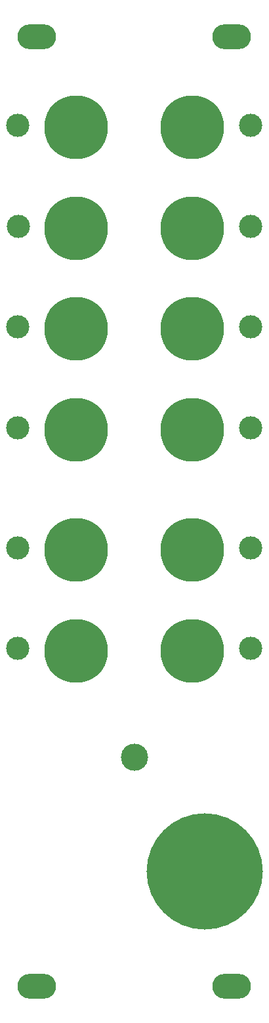
<source format=gbr>
G04 #@! TF.GenerationSoftware,KiCad,Pcbnew,(5.1.4)-1*
G04 #@! TF.CreationDate,2019-11-26T14:43:03+00:00*
G04 #@! TF.ProjectId,MidiMonger_panel,4d696469-4d6f-46e6-9765-725f70616e65,rev?*
G04 #@! TF.SameCoordinates,Original*
G04 #@! TF.FileFunction,Soldermask,Bot*
G04 #@! TF.FilePolarity,Negative*
%FSLAX46Y46*%
G04 Gerber Fmt 4.6, Leading zero omitted, Abs format (unit mm)*
G04 Created by KiCad (PCBNEW (5.1.4)-1) date 2019-11-26 14:43:03*
%MOMM*%
%LPD*%
G04 APERTURE LIST*
%ADD10O,5.000000X3.200000*%
%ADD11C,3.500000*%
%ADD12C,15.000000*%
%ADD13C,3.000000*%
%ADD14C,8.200000*%
G04 APERTURE END LIST*
D10*
X128600000Y-33800000D03*
X103400000Y-33800000D03*
X128600000Y-156300000D03*
X103400000Y-156300000D03*
D11*
X116000000Y-126750000D03*
D12*
X125050000Y-141500000D03*
D13*
X131001200Y-112739000D03*
X131001200Y-99734200D03*
X131001200Y-84221400D03*
X131001200Y-71216600D03*
X131001200Y-58237200D03*
X131001200Y-45232400D03*
X101000000Y-112739000D03*
X101000000Y-99734200D03*
X101000000Y-84221400D03*
X101000000Y-71242000D03*
X101003800Y-58237200D03*
X101000000Y-45232400D03*
D14*
X123500000Y-58500000D03*
X123500000Y-71500000D03*
X123500000Y-84500000D03*
X123500000Y-100000000D03*
X123500000Y-113000000D03*
X108500000Y-113000000D03*
X108500000Y-100000000D03*
X108500000Y-84500000D03*
X108500000Y-71500000D03*
X108500000Y-58500000D03*
X108500000Y-45500000D03*
X123500000Y-45500000D03*
M02*

</source>
